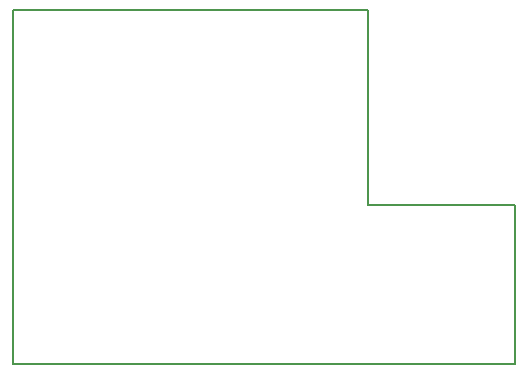
<source format=gm1>
G04 #@! TF.FileFunction,Profile,NP*
%FSLAX46Y46*%
G04 Gerber Fmt 4.6, Leading zero omitted, Abs format (unit mm)*
G04 Created by KiCad (PCBNEW 4.0.2-stable) date Mon 25 Apr 2016 11:01:57 AM AKDT*
%MOMM*%
G01*
G04 APERTURE LIST*
%ADD10C,0.100000*%
%ADD11C,0.150000*%
G04 APERTURE END LIST*
D10*
D11*
X190000000Y-112500000D02*
X172500000Y-112500000D01*
X190000000Y-111500000D02*
X190000000Y-112500000D01*
X190000000Y-99000000D02*
X190000000Y-111500000D01*
X177500000Y-99000000D02*
X190000000Y-99000000D01*
X177500000Y-97500000D02*
X177500000Y-99000000D01*
X172500000Y-82500000D02*
X177500000Y-82500000D01*
X172500000Y-112500000D02*
X147500000Y-112500000D01*
X177500000Y-82500000D02*
X177500000Y-97500000D01*
X147500000Y-82500000D02*
X172500000Y-82500000D01*
X147500000Y-112500000D02*
X147500000Y-82500000D01*
M02*

</source>
